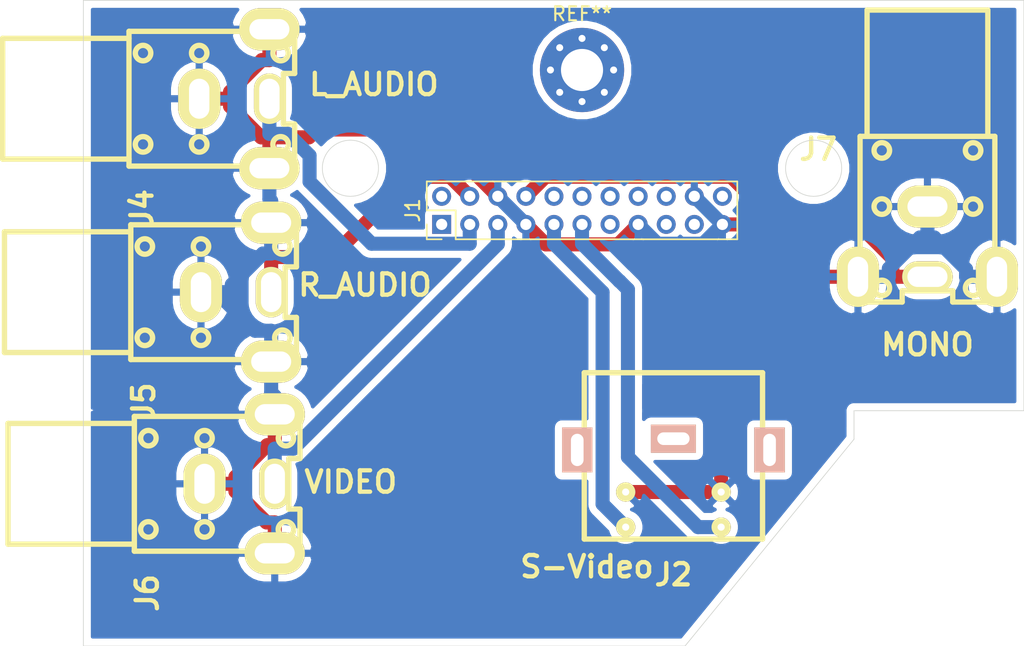
<source format=kicad_pcb>
(kicad_pcb (version 20171130) (host pcbnew "(5.1.5)-3")

  (general
    (thickness 1.6)
    (drawings 9)
    (tracks 94)
    (zones 0)
    (modules 7)
    (nets 8)
  )

  (page A4)
  (layers
    (0 F.Cu signal)
    (31 B.Cu signal)
    (32 B.Adhes user)
    (33 F.Adhes user)
    (34 B.Paste user)
    (35 F.Paste user)
    (36 B.SilkS user)
    (37 F.SilkS user)
    (38 B.Mask user)
    (39 F.Mask user)
    (40 Dwgs.User user)
    (41 Cmts.User user)
    (42 Eco1.User user)
    (43 Eco2.User user)
    (44 Edge.Cuts user)
    (45 Margin user)
    (46 B.CrtYd user)
    (47 F.CrtYd user)
    (48 B.Fab user)
    (49 F.Fab user)
  )

  (setup
    (last_trace_width 0.25)
    (user_trace_width 1)
    (trace_clearance 0.2)
    (zone_clearance 0.508)
    (zone_45_only no)
    (trace_min 0.2)
    (via_size 0.8)
    (via_drill 0.4)
    (via_min_size 0.4)
    (via_min_drill 0.3)
    (uvia_size 0.3)
    (uvia_drill 0.1)
    (uvias_allowed no)
    (uvia_min_size 0.2)
    (uvia_min_drill 0.1)
    (edge_width 0.05)
    (segment_width 0.2)
    (pcb_text_width 0.3)
    (pcb_text_size 1.5 1.5)
    (mod_edge_width 0.12)
    (mod_text_size 1 1)
    (mod_text_width 0.15)
    (pad_size 2.16916 3.2004)
    (pad_drill 1.26)
    (pad_to_mask_clearance 0.051)
    (solder_mask_min_width 0.25)
    (aux_axis_origin 0 0)
    (visible_elements 7FFFFFFF)
    (pcbplotparams
      (layerselection 0x010fc_ffffffff)
      (usegerberextensions false)
      (usegerberattributes false)
      (usegerberadvancedattributes false)
      (creategerberjobfile false)
      (excludeedgelayer true)
      (linewidth 0.100000)
      (plotframeref false)
      (viasonmask false)
      (mode 1)
      (useauxorigin false)
      (hpglpennumber 1)
      (hpglpenspeed 20)
      (hpglpendiameter 15.000000)
      (psnegative false)
      (psa4output false)
      (plotreference true)
      (plotvalue true)
      (plotinvisibletext false)
      (padsonsilk false)
      (subtractmaskfromsilk false)
      (outputformat 1)
      (mirror false)
      (drillshape 0)
      (scaleselection 1)
      (outputdirectory "gerber/"))
  )

  (net 0 "")
  (net 1 GND)
  (net 2 AUDIO_MONO)
  (net 3 C_VIDEO)
  (net 4 AUDIO_L)
  (net 5 AUDIO_R)
  (net 6 S_L)
  (net 7 S_C)

  (net_class Default "This is the default net class."
    (clearance 0.2)
    (trace_width 0.25)
    (via_dia 0.8)
    (via_drill 0.4)
    (uvia_dia 0.3)
    (uvia_drill 0.1)
  )

  (net_class AV ""
    (clearance 0.2)
    (trace_width 1)
    (via_dia 1.6)
    (via_drill 0.8)
    (uvia_dia 0.3)
    (uvia_drill 0.1)
    (add_net AUDIO_L)
    (add_net AUDIO_MONO)
    (add_net AUDIO_R)
    (add_net C_VIDEO)
    (add_net GND)
    (add_net S_C)
    (add_net S_L)
  )

  (module MountingHole:MountingHole_3mm_Pad_Via (layer F.Cu) (tedit 56DDBED4) (tstamp 632E4EA7)
    (at 138.524 61.9615)
    (descr "Mounting Hole 3mm")
    (tags "mounting hole 3mm")
    (attr virtual)
    (fp_text reference REF** (at 0 -4) (layer F.SilkS)
      (effects (font (size 1 1) (thickness 0.15)))
    )
    (fp_text value MountingHole_3mm_Pad_Via (at 0 4) (layer F.Fab)
      (effects (font (size 1 1) (thickness 0.15)))
    )
    (fp_circle (center 0 0) (end 3.25 0) (layer F.CrtYd) (width 0.05))
    (fp_circle (center 0 0) (end 3 0) (layer Cmts.User) (width 0.15))
    (fp_text user %R (at 0.3 0) (layer F.Fab)
      (effects (font (size 1 1) (thickness 0.15)))
    )
    (pad 1 thru_hole circle (at 1.59099 -1.59099) (size 0.8 0.8) (drill 0.5) (layers *.Cu *.Mask))
    (pad 1 thru_hole circle (at 0 -2.25) (size 0.8 0.8) (drill 0.5) (layers *.Cu *.Mask))
    (pad 1 thru_hole circle (at -1.59099 -1.59099) (size 0.8 0.8) (drill 0.5) (layers *.Cu *.Mask))
    (pad 1 thru_hole circle (at -2.25 0) (size 0.8 0.8) (drill 0.5) (layers *.Cu *.Mask))
    (pad 1 thru_hole circle (at -1.59099 1.59099) (size 0.8 0.8) (drill 0.5) (layers *.Cu *.Mask))
    (pad 1 thru_hole circle (at 0 2.25) (size 0.8 0.8) (drill 0.5) (layers *.Cu *.Mask))
    (pad 1 thru_hole circle (at 1.59099 1.59099) (size 0.8 0.8) (drill 0.5) (layers *.Cu *.Mask))
    (pad 1 thru_hole circle (at 2.25 0) (size 0.8 0.8) (drill 0.5) (layers *.Cu *.Mask))
    (pad 1 thru_hole circle (at 0 0) (size 6 6) (drill 3) (layers *.Cu *.Mask))
  )

  (module kicad_libs:Mini_din4tme (layer F.Cu) (tedit 632CAB76) (tstamp 632A3035)
    (at 145.034 90.297 180)
    (tags "MINI DIN")
    (path /632A4E3B)
    (fp_text reference J2 (at 0 -7.62) (layer F.SilkS)
      (effects (font (size 1.524 1.524) (thickness 0.3048)))
    )
    (fp_text value S-Video (at 6.1595 -7.0485) (layer F.SilkS)
      (effects (font (size 1.524 1.524) (thickness 0.3048)))
    )
    (fp_line (start -6.35 1.27) (end -6.35 -5.08) (layer F.SilkS) (width 0.381))
    (fp_line (start -6.35 -5.08) (end 6.35 -5.08) (layer F.SilkS) (width 0.381))
    (fp_line (start 6.35 -5.08) (end 6.35 6.77) (layer F.SilkS) (width 0.381))
    (fp_line (start 6.35 6.77) (end -6.35 6.77) (layer F.SilkS) (width 0.381))
    (fp_line (start -6.35 6.77) (end -6.35 1.27) (layer F.SilkS) (width 0.381))
    (pad 4 thru_hole circle (at 3.4 -4.23 180) (size 1.3716 1.3716) (drill 0.508) (layers *.Cu *.Mask F.SilkS)
      (net 7 S_C))
    (pad 3 thru_hole circle (at -3.4 -4.23 180) (size 1.3716 1.3716) (drill 0.508) (layers *.Cu *.Mask F.SilkS)
      (net 6 S_L))
    (pad 1 thru_hole circle (at -3.4 -1.73 180) (size 1.3716 1.3716) (drill 0.508) (layers *.Cu *.Mask F.SilkS)
      (net 1 GND))
    (pad 2 thru_hole circle (at 3.4 -1.73 180) (size 1.3716 1.3716) (drill 0.508) (layers *.Cu *.Mask F.SilkS)
      (net 1 GND))
    (pad GND thru_hole rect (at 0 2.07 180) (size 3.2004 1.99898) (drill oval 2.3 0.9) (layers *.Cu *.SilkS *.Mask))
    (pad GND thru_hole rect (at 6.85 1.27 180) (size 2.16916 3.2004) (drill oval 0.9 2.3) (layers *.Cu *.SilkS *.Mask))
    (pad GND thru_hole rect (at -6.85 1.27 180) (size 2.16916 3.2004) (drill oval 0.9 2.3) (layers *.Cu *.SilkS *.Mask))
    (model r_mini_dins/minidin_4_tme.wrl
      (at (xyz 0 0 0))
      (scale (xyz 1 1 1))
      (rotate (xyz 0 0 0))
    )
  )

  (module Connector_Audio:rca_audio (layer F.Cu) (tedit 62CC534A) (tstamp 632A179B)
    (at 163.132 71.6915 180)
    (descr "RCA Audio connector, yellow, Pro Signal p/n PSG01547")
    (tags "rca, audio")
    (path /632B5EB6)
    (fp_text reference J7 (at 7.77748 4.08432) (layer F.SilkS)
      (effects (font (size 1.524 1.524) (thickness 0.3048)))
    )
    (fp_text value MONO (at 0.0005 -9.8425) (layer F.SilkS)
      (effects (font (size 1.524 1.524) (thickness 0.3048)))
    )
    (fp_circle (center -3.2512 -5.79882) (end -3.79984 -5.79882) (layer F.SilkS) (width 0.381))
    (fp_circle (center 3.2512 -5.79882) (end 2.70002 -5.84962) (layer F.SilkS) (width 0.381))
    (fp_circle (center 3.2512 4.0005) (end 2.70002 4.04876) (layer F.SilkS) (width 0.381))
    (fp_circle (center -3.2512 4.0005) (end -3.79984 3.9497) (layer F.SilkS) (width 0.381))
    (fp_circle (center -3.2512 0) (end -3.79984 0) (layer F.SilkS) (width 0.381))
    (fp_circle (center 3.2512 0) (end 2.70002 -0.0508) (layer F.SilkS) (width 0.381))
    (fp_line (start -4.30022 5.00126) (end -4.30022 14.00048) (layer F.SilkS) (width 0.381))
    (fp_line (start -4.30022 14.00048) (end 4.30022 14.00048) (layer F.SilkS) (width 0.381))
    (fp_line (start 4.30022 14.00048) (end 4.30022 5.00126) (layer F.SilkS) (width 0.381))
    (fp_line (start 4.8006 -4.89966) (end 5.40004 -4.89966) (layer F.SilkS) (width 0.381))
    (fp_line (start 5.40004 -4.89966) (end 5.40004 -3.0988) (layer F.SilkS) (width 0.381))
    (fp_line (start 5.40004 -3.0988) (end 4.8006 -3.0988) (layer F.SilkS) (width 0.381))
    (fp_line (start -5.40004 -4.89966) (end -4.8006 -4.89966) (layer F.SilkS) (width 0.381))
    (fp_line (start -4.8006 -3.0988) (end -5.40004 -3.0988) (layer F.SilkS) (width 0.381))
    (fp_line (start -5.40004 -3.0988) (end -5.40004 -4.89966) (layer F.SilkS) (width 0.381))
    (fp_line (start -4.8006 -6.79958) (end -1.80086 -6.79958) (layer F.SilkS) (width 0.381))
    (fp_line (start -1.80086 -6.79958) (end -1.80086 -5.99948) (layer F.SilkS) (width 0.381))
    (fp_line (start -1.80086 -5.99948) (end 1.80086 -5.99948) (layer F.SilkS) (width 0.381))
    (fp_line (start 1.80086 -5.99948) (end 1.80086 -6.79958) (layer F.SilkS) (width 0.381))
    (fp_line (start 1.80086 -6.79958) (end 4.8006 -6.79958) (layer F.SilkS) (width 0.381))
    (fp_line (start 4.8006 5.00126) (end -4.8006 5.00126) (layer F.SilkS) (width 0.381))
    (fp_line (start -4.8006 4.99872) (end -4.8006 -6.80212) (layer F.SilkS) (width 0.381))
    (fp_line (start 4.8006 -6.79958) (end 4.8006 5.00126) (layer F.SilkS) (width 0.381))
    (pad 1 thru_hole oval (at 0 -5 270) (size 2.2 3.6) (drill oval 1.45 2.85) (layers *.Cu *.Mask F.SilkS)
      (net 2 AUDIO_MONO))
    (pad 2 thru_hole oval (at 0 0 270) (size 3 4.3) (drill oval 1.45 2.85) (layers *.Cu *.Mask F.SilkS)
      (net 1 GND))
    (pad 2 thru_hole oval (at 4.95 -5 180) (size 3 4.3) (drill oval 1.45 2.85) (layers *.Cu *.Mask F.SilkS)
      (net 1 GND))
    (pad 2 thru_hole oval (at -4.95 -5 180) (size 3 4.3) (drill oval 1.45 2.85) (layers *.Cu *.Mask F.SilkS)
      (net 1 GND))
    (model ${KISYS3DMOD}/walter/conn_av.3dshapes/rca_yellow.wrl
      (at (xyz 0 0 0))
      (scale (xyz 1 1 1))
      (rotate (xyz 0 0 0))
    )
  )

  (module Connector_Audio:rca_audio (layer F.Cu) (tedit 62CC534A) (tstamp 632A177C)
    (at 111.633 91.44 270)
    (descr "RCA Audio connector, yellow, Pro Signal p/n PSG01547")
    (tags "rca, audio")
    (path /632B5080)
    (fp_text reference J6 (at 7.77748 4.08432 90) (layer F.SilkS)
      (effects (font (size 1.524 1.524) (thickness 0.3048)))
    )
    (fp_text value VIDEO (at -0.127 -10.414 180) (layer F.SilkS)
      (effects (font (size 1.524 1.524) (thickness 0.3048)))
    )
    (fp_circle (center -3.2512 -5.79882) (end -3.79984 -5.79882) (layer F.SilkS) (width 0.381))
    (fp_circle (center 3.2512 -5.79882) (end 2.70002 -5.84962) (layer F.SilkS) (width 0.381))
    (fp_circle (center 3.2512 4.0005) (end 2.70002 4.04876) (layer F.SilkS) (width 0.381))
    (fp_circle (center -3.2512 4.0005) (end -3.79984 3.9497) (layer F.SilkS) (width 0.381))
    (fp_circle (center -3.2512 0) (end -3.79984 0) (layer F.SilkS) (width 0.381))
    (fp_circle (center 3.2512 0) (end 2.70002 -0.0508) (layer F.SilkS) (width 0.381))
    (fp_line (start -4.30022 5.00126) (end -4.30022 14.00048) (layer F.SilkS) (width 0.381))
    (fp_line (start -4.30022 14.00048) (end 4.30022 14.00048) (layer F.SilkS) (width 0.381))
    (fp_line (start 4.30022 14.00048) (end 4.30022 5.00126) (layer F.SilkS) (width 0.381))
    (fp_line (start 4.8006 -4.89966) (end 5.40004 -4.89966) (layer F.SilkS) (width 0.381))
    (fp_line (start 5.40004 -4.89966) (end 5.40004 -3.0988) (layer F.SilkS) (width 0.381))
    (fp_line (start 5.40004 -3.0988) (end 4.8006 -3.0988) (layer F.SilkS) (width 0.381))
    (fp_line (start -5.40004 -4.89966) (end -4.8006 -4.89966) (layer F.SilkS) (width 0.381))
    (fp_line (start -4.8006 -3.0988) (end -5.40004 -3.0988) (layer F.SilkS) (width 0.381))
    (fp_line (start -5.40004 -3.0988) (end -5.40004 -4.89966) (layer F.SilkS) (width 0.381))
    (fp_line (start -4.8006 -6.79958) (end -1.80086 -6.79958) (layer F.SilkS) (width 0.381))
    (fp_line (start -1.80086 -6.79958) (end -1.80086 -5.99948) (layer F.SilkS) (width 0.381))
    (fp_line (start -1.80086 -5.99948) (end 1.80086 -5.99948) (layer F.SilkS) (width 0.381))
    (fp_line (start 1.80086 -5.99948) (end 1.80086 -6.79958) (layer F.SilkS) (width 0.381))
    (fp_line (start 1.80086 -6.79958) (end 4.8006 -6.79958) (layer F.SilkS) (width 0.381))
    (fp_line (start 4.8006 5.00126) (end -4.8006 5.00126) (layer F.SilkS) (width 0.381))
    (fp_line (start -4.8006 4.99872) (end -4.8006 -6.80212) (layer F.SilkS) (width 0.381))
    (fp_line (start 4.8006 -6.79958) (end 4.8006 5.00126) (layer F.SilkS) (width 0.381))
    (pad 1 thru_hole oval (at 0 -5) (size 2.2 3.6) (drill oval 1.45 2.85) (layers *.Cu *.Mask F.SilkS)
      (net 3 C_VIDEO))
    (pad 2 thru_hole oval (at 0 0) (size 3 4.3) (drill oval 1.45 2.85) (layers *.Cu *.Mask F.SilkS)
      (net 1 GND))
    (pad 2 thru_hole oval (at 4.95 -5 270) (size 3 4.3) (drill oval 1.45 2.85) (layers *.Cu *.Mask F.SilkS)
      (net 1 GND))
    (pad 2 thru_hole oval (at -4.95 -5 270) (size 3 4.3) (drill oval 1.45 2.85) (layers *.Cu *.Mask F.SilkS)
      (net 1 GND))
    (model ${KISYS3DMOD}/walter/conn_av.3dshapes/rca_yellow.wrl
      (at (xyz 0 0 0))
      (scale (xyz 1 1 1))
      (rotate (xyz 0 0 0))
    )
  )

  (module Connector_Audio:rca_audio (layer F.Cu) (tedit 62CC534A) (tstamp 632A175D)
    (at 111.379 77.7875 270)
    (descr "RCA Audio connector, yellow, Pro Signal p/n PSG01547")
    (tags "rca, audio")
    (path /632B476E)
    (fp_text reference J5 (at 7.77748 4.08432 90) (layer F.SilkS)
      (effects (font (size 1.524 1.524) (thickness 0.3048)))
    )
    (fp_text value R_AUDIO (at -0.508 -11.684 180) (layer F.SilkS)
      (effects (font (size 1.524 1.524) (thickness 0.3048)))
    )
    (fp_circle (center -3.2512 -5.79882) (end -3.79984 -5.79882) (layer F.SilkS) (width 0.381))
    (fp_circle (center 3.2512 -5.79882) (end 2.70002 -5.84962) (layer F.SilkS) (width 0.381))
    (fp_circle (center 3.2512 4.0005) (end 2.70002 4.04876) (layer F.SilkS) (width 0.381))
    (fp_circle (center -3.2512 4.0005) (end -3.79984 3.9497) (layer F.SilkS) (width 0.381))
    (fp_circle (center -3.2512 0) (end -3.79984 0) (layer F.SilkS) (width 0.381))
    (fp_circle (center 3.2512 0) (end 2.70002 -0.0508) (layer F.SilkS) (width 0.381))
    (fp_line (start -4.30022 5.00126) (end -4.30022 14.00048) (layer F.SilkS) (width 0.381))
    (fp_line (start -4.30022 14.00048) (end 4.30022 14.00048) (layer F.SilkS) (width 0.381))
    (fp_line (start 4.30022 14.00048) (end 4.30022 5.00126) (layer F.SilkS) (width 0.381))
    (fp_line (start 4.8006 -4.89966) (end 5.40004 -4.89966) (layer F.SilkS) (width 0.381))
    (fp_line (start 5.40004 -4.89966) (end 5.40004 -3.0988) (layer F.SilkS) (width 0.381))
    (fp_line (start 5.40004 -3.0988) (end 4.8006 -3.0988) (layer F.SilkS) (width 0.381))
    (fp_line (start -5.40004 -4.89966) (end -4.8006 -4.89966) (layer F.SilkS) (width 0.381))
    (fp_line (start -4.8006 -3.0988) (end -5.40004 -3.0988) (layer F.SilkS) (width 0.381))
    (fp_line (start -5.40004 -3.0988) (end -5.40004 -4.89966) (layer F.SilkS) (width 0.381))
    (fp_line (start -4.8006 -6.79958) (end -1.80086 -6.79958) (layer F.SilkS) (width 0.381))
    (fp_line (start -1.80086 -6.79958) (end -1.80086 -5.99948) (layer F.SilkS) (width 0.381))
    (fp_line (start -1.80086 -5.99948) (end 1.80086 -5.99948) (layer F.SilkS) (width 0.381))
    (fp_line (start 1.80086 -5.99948) (end 1.80086 -6.79958) (layer F.SilkS) (width 0.381))
    (fp_line (start 1.80086 -6.79958) (end 4.8006 -6.79958) (layer F.SilkS) (width 0.381))
    (fp_line (start 4.8006 5.00126) (end -4.8006 5.00126) (layer F.SilkS) (width 0.381))
    (fp_line (start -4.8006 4.99872) (end -4.8006 -6.80212) (layer F.SilkS) (width 0.381))
    (fp_line (start 4.8006 -6.79958) (end 4.8006 5.00126) (layer F.SilkS) (width 0.381))
    (pad 1 thru_hole oval (at 0 -5) (size 2.2 3.6) (drill oval 1.45 2.85) (layers *.Cu *.Mask F.SilkS)
      (net 5 AUDIO_R))
    (pad 2 thru_hole oval (at 0 0) (size 3 4.3) (drill oval 1.45 2.85) (layers *.Cu *.Mask F.SilkS)
      (net 1 GND))
    (pad 2 thru_hole oval (at 4.95 -5 270) (size 3 4.3) (drill oval 1.45 2.85) (layers *.Cu *.Mask F.SilkS)
      (net 1 GND))
    (pad 2 thru_hole oval (at -4.95 -5 270) (size 3 4.3) (drill oval 1.45 2.85) (layers *.Cu *.Mask F.SilkS)
      (net 1 GND))
    (model ${KISYS3DMOD}/walter/conn_av.3dshapes/rca_yellow.wrl
      (at (xyz 0 0 0))
      (scale (xyz 1 1 1))
      (rotate (xyz 0 0 0))
    )
  )

  (module Connector_Audio:rca_audio (layer F.Cu) (tedit 62CC534A) (tstamp 632A173E)
    (at 111.252 64.008 270)
    (descr "RCA Audio connector, yellow, Pro Signal p/n PSG01547")
    (tags "rca, audio")
    (path /632B3F9A)
    (fp_text reference J4 (at 7.77748 4.08432 90) (layer F.SilkS)
      (effects (font (size 1.524 1.524) (thickness 0.3048)))
    )
    (fp_text value L_AUDIO (at -1.016 -12.446 180) (layer F.SilkS)
      (effects (font (size 1.524 1.524) (thickness 0.3048)))
    )
    (fp_circle (center -3.2512 -5.79882) (end -3.79984 -5.79882) (layer F.SilkS) (width 0.381))
    (fp_circle (center 3.2512 -5.79882) (end 2.70002 -5.84962) (layer F.SilkS) (width 0.381))
    (fp_circle (center 3.2512 4.0005) (end 2.70002 4.04876) (layer F.SilkS) (width 0.381))
    (fp_circle (center -3.2512 4.0005) (end -3.79984 3.9497) (layer F.SilkS) (width 0.381))
    (fp_circle (center -3.2512 0) (end -3.79984 0) (layer F.SilkS) (width 0.381))
    (fp_circle (center 3.2512 0) (end 2.70002 -0.0508) (layer F.SilkS) (width 0.381))
    (fp_line (start -4.30022 5.00126) (end -4.30022 14.00048) (layer F.SilkS) (width 0.381))
    (fp_line (start -4.30022 14.00048) (end 4.30022 14.00048) (layer F.SilkS) (width 0.381))
    (fp_line (start 4.30022 14.00048) (end 4.30022 5.00126) (layer F.SilkS) (width 0.381))
    (fp_line (start 4.8006 -4.89966) (end 5.40004 -4.89966) (layer F.SilkS) (width 0.381))
    (fp_line (start 5.40004 -4.89966) (end 5.40004 -3.0988) (layer F.SilkS) (width 0.381))
    (fp_line (start 5.40004 -3.0988) (end 4.8006 -3.0988) (layer F.SilkS) (width 0.381))
    (fp_line (start -5.40004 -4.89966) (end -4.8006 -4.89966) (layer F.SilkS) (width 0.381))
    (fp_line (start -4.8006 -3.0988) (end -5.40004 -3.0988) (layer F.SilkS) (width 0.381))
    (fp_line (start -5.40004 -3.0988) (end -5.40004 -4.89966) (layer F.SilkS) (width 0.381))
    (fp_line (start -4.8006 -6.79958) (end -1.80086 -6.79958) (layer F.SilkS) (width 0.381))
    (fp_line (start -1.80086 -6.79958) (end -1.80086 -5.99948) (layer F.SilkS) (width 0.381))
    (fp_line (start -1.80086 -5.99948) (end 1.80086 -5.99948) (layer F.SilkS) (width 0.381))
    (fp_line (start 1.80086 -5.99948) (end 1.80086 -6.79958) (layer F.SilkS) (width 0.381))
    (fp_line (start 1.80086 -6.79958) (end 4.8006 -6.79958) (layer F.SilkS) (width 0.381))
    (fp_line (start 4.8006 5.00126) (end -4.8006 5.00126) (layer F.SilkS) (width 0.381))
    (fp_line (start -4.8006 4.99872) (end -4.8006 -6.80212) (layer F.SilkS) (width 0.381))
    (fp_line (start 4.8006 -6.79958) (end 4.8006 5.00126) (layer F.SilkS) (width 0.381))
    (pad 1 thru_hole oval (at 0 -5) (size 2.2 3.6) (drill oval 1.45 2.85) (layers *.Cu *.Mask F.SilkS)
      (net 4 AUDIO_L))
    (pad 2 thru_hole oval (at 0 0) (size 3 4.3) (drill oval 1.45 2.85) (layers *.Cu *.Mask F.SilkS)
      (net 1 GND))
    (pad 2 thru_hole oval (at 4.95 -5 270) (size 3 4.3) (drill oval 1.45 2.85) (layers *.Cu *.Mask F.SilkS)
      (net 1 GND))
    (pad 2 thru_hole oval (at -4.95 -5 270) (size 3 4.3) (drill oval 1.45 2.85) (layers *.Cu *.Mask F.SilkS)
      (net 1 GND))
    (model ${KISYS3DMOD}/walter/conn_av.3dshapes/rca_yellow.wrl
      (at (xyz 0 0 0))
      (scale (xyz 1 1 1))
      (rotate (xyz 0 0 0))
    )
  )

  (module Connector_PinHeader_2.00mm:PinHeader_2x11_P2.00mm_Vertical (layer F.Cu) (tedit 59FED667) (tstamp 632A13B9)
    (at 128.524 72.9615 90)
    (descr "Through hole straight pin header, 2x11, 2.00mm pitch, double rows")
    (tags "Through hole pin header THT 2x11 2.00mm double row")
    (path /632A1180)
    (fp_text reference J1 (at 1 -2.06 90) (layer F.SilkS)
      (effects (font (size 1 1) (thickness 0.15)))
    )
    (fp_text value CONN_02x11 (at 1 22.06 90) (layer F.Fab)
      (effects (font (size 1 1) (thickness 0.15)))
    )
    (fp_text user %R (at 1 10) (layer F.Fab)
      (effects (font (size 1 1) (thickness 0.15)))
    )
    (fp_line (start 3.5 -1.5) (end -1.5 -1.5) (layer F.CrtYd) (width 0.05))
    (fp_line (start 3.5 21.5) (end 3.5 -1.5) (layer F.CrtYd) (width 0.05))
    (fp_line (start -1.5 21.5) (end 3.5 21.5) (layer F.CrtYd) (width 0.05))
    (fp_line (start -1.5 -1.5) (end -1.5 21.5) (layer F.CrtYd) (width 0.05))
    (fp_line (start -1.06 -1.06) (end 0 -1.06) (layer F.SilkS) (width 0.12))
    (fp_line (start -1.06 0) (end -1.06 -1.06) (layer F.SilkS) (width 0.12))
    (fp_line (start 1 -1.06) (end 3.06 -1.06) (layer F.SilkS) (width 0.12))
    (fp_line (start 1 1) (end 1 -1.06) (layer F.SilkS) (width 0.12))
    (fp_line (start -1.06 1) (end 1 1) (layer F.SilkS) (width 0.12))
    (fp_line (start 3.06 -1.06) (end 3.06 21.06) (layer F.SilkS) (width 0.12))
    (fp_line (start -1.06 1) (end -1.06 21.06) (layer F.SilkS) (width 0.12))
    (fp_line (start -1.06 21.06) (end 3.06 21.06) (layer F.SilkS) (width 0.12))
    (fp_line (start -1 0) (end 0 -1) (layer F.Fab) (width 0.1))
    (fp_line (start -1 21) (end -1 0) (layer F.Fab) (width 0.1))
    (fp_line (start 3 21) (end -1 21) (layer F.Fab) (width 0.1))
    (fp_line (start 3 -1) (end 3 21) (layer F.Fab) (width 0.1))
    (fp_line (start 0 -1) (end 3 -1) (layer F.Fab) (width 0.1))
    (pad 22 thru_hole oval (at 2 20 90) (size 1.35 1.35) (drill 0.8) (layers *.Cu *.Mask))
    (pad 21 thru_hole oval (at 0 20 90) (size 1.35 1.35) (drill 0.8) (layers *.Cu *.Mask)
      (net 1 GND))
    (pad 20 thru_hole oval (at 2 18 90) (size 1.35 1.35) (drill 0.8) (layers *.Cu *.Mask)
      (net 1 GND))
    (pad 19 thru_hole oval (at 0 18 90) (size 1.35 1.35) (drill 0.8) (layers *.Cu *.Mask))
    (pad 18 thru_hole oval (at 2 16 90) (size 1.35 1.35) (drill 0.8) (layers *.Cu *.Mask))
    (pad 17 thru_hole oval (at 0 16 90) (size 1.35 1.35) (drill 0.8) (layers *.Cu *.Mask))
    (pad 16 thru_hole oval (at 2 14 90) (size 1.35 1.35) (drill 0.8) (layers *.Cu *.Mask))
    (pad 15 thru_hole oval (at 0 14 90) (size 1.35 1.35) (drill 0.8) (layers *.Cu *.Mask)
      (net 1 GND))
    (pad 14 thru_hole oval (at 2 12 90) (size 1.35 1.35) (drill 0.8) (layers *.Cu *.Mask))
    (pad 13 thru_hole oval (at 0 12 90) (size 1.35 1.35) (drill 0.8) (layers *.Cu *.Mask))
    (pad 12 thru_hole oval (at 2 10 90) (size 1.35 1.35) (drill 0.8) (layers *.Cu *.Mask))
    (pad 11 thru_hole oval (at 0 10 90) (size 1.35 1.35) (drill 0.8) (layers *.Cu *.Mask)
      (net 6 S_L))
    (pad 10 thru_hole oval (at 2 8 90) (size 1.35 1.35) (drill 0.8) (layers *.Cu *.Mask))
    (pad 9 thru_hole oval (at 0 8 90) (size 1.35 1.35) (drill 0.8) (layers *.Cu *.Mask)
      (net 7 S_C))
    (pad 8 thru_hole oval (at 2 6 90) (size 1.35 1.35) (drill 0.8) (layers *.Cu *.Mask)
      (net 2 AUDIO_MONO))
    (pad 7 thru_hole oval (at 0 6 90) (size 1.35 1.35) (drill 0.8) (layers *.Cu *.Mask)
      (net 1 GND))
    (pad 6 thru_hole oval (at 2 4 90) (size 1.35 1.35) (drill 0.8) (layers *.Cu *.Mask)
      (net 1 GND))
    (pad 5 thru_hole oval (at 0 4 90) (size 1.35 1.35) (drill 0.8) (layers *.Cu *.Mask)
      (net 3 C_VIDEO))
    (pad 4 thru_hole oval (at 2 2 90) (size 1.35 1.35) (drill 0.8) (layers *.Cu *.Mask)
      (net 5 AUDIO_R))
    (pad 3 thru_hole oval (at 0 2 90) (size 1.35 1.35) (drill 0.8) (layers *.Cu *.Mask)
      (net 4 AUDIO_L))
    (pad 2 thru_hole oval (at 2 0 90) (size 1.35 1.35) (drill 0.8) (layers *.Cu *.Mask))
    (pad 1 thru_hole rect (at 0 0 90) (size 1.35 1.35) (drill 0.8) (layers *.Cu *.Mask))
    (model ${KISYS3DMOD}/Connector_PinHeader_2.00mm.3dshapes/PinHeader_2x11_P2.00mm_Vertical.wrl
      (at (xyz 0 0 0))
      (scale (xyz 1 1 1))
      (rotate (xyz 0 0 0))
    )
  )

  (gr_line (start 145.8595 103) (end 157.9 88.265) (layer Edge.Cuts) (width 0.05))
  (gr_line (start 157.9 86.233) (end 157.9 88.265) (layer Edge.Cuts) (width 0.05))
  (gr_line (start 170 86.233) (end 157.9 86.233) (layer Edge.Cuts) (width 0.05))
  (gr_circle (center 122.024 68.9615) (end 124.024 68.9615) (layer Edge.Cuts) (width 0.05) (tstamp 632A33E9))
  (gr_circle (center 155.024 68.9615) (end 157.024 68.9615) (layer Edge.Cuts) (width 0.05))
  (gr_line (start 103 103) (end 103 57) (layer Edge.Cuts) (width 0.05) (tstamp 632A3135))
  (gr_line (start 145.8595 103) (end 103 103) (layer Edge.Cuts) (width 0.05))
  (gr_line (start 170 57) (end 170 86.233) (layer Edge.Cuts) (width 0.05))
  (gr_line (start 103 57) (end 170 57) (layer Edge.Cuts) (width 0.05))

  (segment (start 153.6293 76.6915) (end 158.182 76.6915) (width 1) (layer F.Cu) (net 1))
  (segment (start 149.8993 72.9615) (end 153.6293 76.6915) (width 1) (layer F.Cu) (net 1))
  (segment (start 153.6293 76.6915) (end 148.434 81.8868) (width 1) (layer F.Cu) (net 1))
  (segment (start 148.434 81.8868) (end 148.434 92.027) (width 1) (layer F.Cu) (net 1))
  (segment (start 142.524 72.9615) (end 143.8994 74.3369) (width 1) (layer B.Cu) (net 1))
  (segment (start 143.8994 74.3369) (end 147.1486 74.3369) (width 1) (layer B.Cu) (net 1))
  (segment (start 147.1486 74.3369) (end 148.524 72.9615) (width 1) (layer B.Cu) (net 1))
  (segment (start 132.524 70.9615) (end 127.7649 66.2024) (width 1) (layer F.Cu) (net 1))
  (segment (start 127.7649 66.2024) (end 119.6296 66.2024) (width 1) (layer F.Cu) (net 1))
  (segment (start 119.6296 66.2024) (end 119.0743 66.7577) (width 1) (layer F.Cu) (net 1))
  (segment (start 119.0743 66.7577) (end 116.252 66.7577) (width 1) (layer F.Cu) (net 1))
  (segment (start 116.633 96.39) (end 116.633 94.1897) (width 1) (layer F.Cu) (net 1))
  (segment (start 116.633 94.1897) (end 116.0454 94.1897) (width 1) (layer F.Cu) (net 1))
  (segment (start 116.0454 94.1897) (end 113.8333 91.9776) (width 1) (layer F.Cu) (net 1))
  (segment (start 113.8333 91.9776) (end 113.8333 91.44) (width 1) (layer F.Cu) (net 1))
  (segment (start 111.633 91.44) (end 113.8333 91.44) (width 1) (layer F.Cu) (net 1))
  (segment (start 116.633 86.49) (end 116.633 88.6903) (width 1) (layer F.Cu) (net 1))
  (segment (start 116.633 88.6903) (end 116.095 88.6903) (width 1) (layer F.Cu) (net 1))
  (segment (start 116.095 88.6903) (end 113.8333 90.952) (width 1) (layer F.Cu) (net 1))
  (segment (start 113.8333 90.952) (end 113.8333 91.44) (width 1) (layer F.Cu) (net 1))
  (segment (start 116.252 68.958) (end 116.252 66.7577) (width 1) (layer F.Cu) (net 1))
  (segment (start 116.252 66.7577) (end 115.6644 66.7577) (width 1) (layer F.Cu) (net 1))
  (segment (start 115.6644 66.7577) (end 113.4523 64.5456) (width 1) (layer F.Cu) (net 1))
  (segment (start 113.4523 64.5456) (end 113.4523 64.008) (width 1) (layer F.Cu) (net 1))
  (segment (start 111.252 64.008) (end 113.4523 64.008) (width 1) (layer F.Cu) (net 1))
  (segment (start 116.252 59.058) (end 116.252 61.2583) (width 1) (layer F.Cu) (net 1))
  (segment (start 116.252 61.2583) (end 115.714 61.2583) (width 1) (layer F.Cu) (net 1))
  (segment (start 115.714 61.2583) (end 113.4523 63.52) (width 1) (layer F.Cu) (net 1))
  (segment (start 113.4523 63.52) (end 113.4523 64.008) (width 1) (layer F.Cu) (net 1))
  (segment (start 116.379 82.7375) (end 116.379 80.5372) (width 1) (layer B.Cu) (net 1))
  (segment (start 112.4792 77.7875) (end 115.2289 80.5372) (width 1) (layer B.Cu) (net 1))
  (segment (start 115.2289 80.5372) (end 116.379 80.5372) (width 1) (layer B.Cu) (net 1))
  (segment (start 112.4792 77.7875) (end 113.5793 77.7875) (width 1) (layer B.Cu) (net 1))
  (segment (start 111.379 77.7875) (end 112.4792 77.7875) (width 1) (layer B.Cu) (net 1))
  (segment (start 116.379 82.7375) (end 116.379 84.9378) (width 1) (layer B.Cu) (net 1))
  (segment (start 116.633 86.49) (end 116.633 85.1918) (width 1) (layer B.Cu) (net 1))
  (segment (start 116.633 85.1918) (end 116.379 84.9378) (width 1) (layer B.Cu) (net 1))
  (segment (start 142.524 72.9615) (end 141.1021 74.3834) (width 1) (layer F.Cu) (net 1))
  (segment (start 141.1021 74.3834) (end 135.9459 74.3834) (width 1) (layer F.Cu) (net 1))
  (segment (start 135.9459 74.3834) (end 134.524 72.9615) (width 1) (layer F.Cu) (net 1))
  (segment (start 141.634 92.027) (end 148.434 92.027) (width 1) (layer F.Cu) (net 1))
  (segment (start 158.182 76.6915) (end 160.3823 76.6915) (width 1) (layer B.Cu) (net 1))
  (segment (start 160.3823 76.6915) (end 160.3823 76.1039) (width 1) (layer B.Cu) (net 1))
  (segment (start 160.3823 76.1039) (end 162.5944 73.8918) (width 1) (layer B.Cu) (net 1))
  (segment (start 162.5944 73.8918) (end 163.132 73.8918) (width 1) (layer B.Cu) (net 1))
  (segment (start 163.132 71.6915) (end 163.132 73.8918) (width 1) (layer B.Cu) (net 1))
  (segment (start 168.082 76.6915) (end 165.8817 76.6915) (width 1) (layer B.Cu) (net 1))
  (segment (start 165.8817 76.6915) (end 165.8817 76.1535) (width 1) (layer B.Cu) (net 1))
  (segment (start 165.8817 76.1535) (end 163.62 73.8918) (width 1) (layer B.Cu) (net 1))
  (segment (start 163.62 73.8918) (end 163.132 73.8918) (width 1) (layer B.Cu) (net 1))
  (segment (start 116.379 72.8375) (end 116.379 75.0378) (width 1) (layer B.Cu) (net 1))
  (segment (start 116.379 75.0378) (end 115.7914 75.0378) (width 1) (layer B.Cu) (net 1))
  (segment (start 115.7914 75.0378) (end 113.5793 77.2499) (width 1) (layer B.Cu) (net 1))
  (segment (start 113.5793 77.2499) (end 113.5793 77.7875) (width 1) (layer B.Cu) (net 1))
  (segment (start 116.252 71.1583) (end 116.379 71.2853) (width 1) (layer B.Cu) (net 1))
  (segment (start 116.379 71.2853) (end 116.379 72.8375) (width 1) (layer B.Cu) (net 1))
  (segment (start 116.252 68.958) (end 116.252 71.1583) (width 1) (layer B.Cu) (net 1))
  (segment (start 148.524 72.9615) (end 149.8993 72.9615) (width 1) (layer F.Cu) (net 1))
  (segment (start 146.524 70.9615) (end 148.524 72.9615) (width 1) (layer B.Cu) (net 1))
  (segment (start 132.524 70.9615) (end 134.524 72.9615) (width 1) (layer B.Cu) (net 1))
  (segment (start 163.132 76.6915) (end 160.6317 76.6915) (width 1) (layer F.Cu) (net 2))
  (segment (start 134.524 70.9615) (end 135.9203 69.5652) (width 1) (layer F.Cu) (net 2))
  (segment (start 135.9203 69.5652) (end 149.1495 69.5652) (width 1) (layer F.Cu) (net 2))
  (segment (start 149.1495 69.5652) (end 151.9904 72.4061) (width 1) (layer F.Cu) (net 2))
  (segment (start 151.9904 72.4061) (end 157.6624 72.4061) (width 1) (layer F.Cu) (net 2))
  (segment (start 157.6624 72.4061) (end 160.6317 75.3754) (width 1) (layer F.Cu) (net 2))
  (segment (start 160.6317 75.3754) (end 160.6317 76.6915) (width 1) (layer F.Cu) (net 2))
  (segment (start 116.633 91.44) (end 116.633 88.9397) (width 1) (layer B.Cu) (net 3))
  (segment (start 132.524 72.9615) (end 132.524 74.3648) (width 1) (layer B.Cu) (net 3))
  (segment (start 132.524 74.3648) (end 117.9491 88.9397) (width 1) (layer B.Cu) (net 3))
  (segment (start 117.9491 88.9397) (end 116.633 88.9397) (width 1) (layer B.Cu) (net 3))
  (segment (start 116.252 64.008) (end 116.252 66.5083) (width 1) (layer B.Cu) (net 4))
  (segment (start 130.524 72.9615) (end 130.524 74.3368) (width 1) (layer B.Cu) (net 4))
  (segment (start 130.524 74.3368) (end 123.5312 74.3368) (width 1) (layer B.Cu) (net 4))
  (segment (start 123.5312 74.3368) (end 119.1147 69.9203) (width 1) (layer B.Cu) (net 4))
  (segment (start 119.1147 69.9203) (end 119.1147 68.0549) (width 1) (layer B.Cu) (net 4))
  (segment (start 119.1147 68.0549) (end 117.5681 66.5083) (width 1) (layer B.Cu) (net 4))
  (segment (start 117.5681 66.5083) (end 116.252 66.5083) (width 1) (layer B.Cu) (net 4))
  (segment (start 116.379 77.7875) (end 116.379 75.2872) (width 1) (layer F.Cu) (net 5))
  (segment (start 130.524 70.9615) (end 129.1338 69.5713) (width 1) (layer F.Cu) (net 5))
  (segment (start 129.1338 69.5713) (end 126.3955 69.5713) (width 1) (layer F.Cu) (net 5))
  (segment (start 126.3955 69.5713) (end 120.6796 75.2872) (width 1) (layer F.Cu) (net 5))
  (segment (start 120.6796 75.2872) (end 116.379 75.2872) (width 1) (layer F.Cu) (net 5))
  (segment (start 138.524 74.3368) (end 138.524 72.9615) (width 1) (layer B.Cu) (net 6))
  (segment (start 141.1897 77.0025) (end 138.524 74.3368) (width 1) (layer B.Cu) (net 6))
  (segment (start 146.7875 94.527) (end 141.7955 89.535) (width 1) (layer B.Cu) (net 6))
  (segment (start 148.434 94.527) (end 146.7875 94.527) (width 1) (layer B.Cu) (net 6))
  (segment (start 141.7955 89.535) (end 141.7955 77.597) (width 1) (layer B.Cu) (net 6))
  (segment (start 141.201 77.0025) (end 141.1897 77.0025) (width 1) (layer B.Cu) (net 6))
  (segment (start 141.7955 77.597) (end 141.201 77.0025) (width 1) (layer B.Cu) (net 6))
  (segment (start 136.524 74.3368) (end 139.9893 77.8021) (width 1) (layer B.Cu) (net 7))
  (segment (start 139.9893 77.8021) (end 139.9893 92.8823) (width 1) (layer B.Cu) (net 7))
  (segment (start 139.9893 92.8823) (end 141.634 94.527) (width 1) (layer B.Cu) (net 7))
  (segment (start 136.524 72.9615) (end 136.524 74.3368) (width 1) (layer B.Cu) (net 7))

  (zone (net 1) (net_name GND) (layer B.Cu) (tstamp 632E503B) (hatch edge 0.508)
    (connect_pads (clearance 0.508))
    (min_thickness 0.254)
    (fill yes (arc_segments 32) (thermal_gap 0.508) (thermal_bridge_width 0.508))
    (polygon
      (pts
        (xy 169.8625 86.1695) (xy 103.124 86.1695) (xy 103.124 57.0865) (xy 169.8625 57.0865)
      )
    )
    (filled_polygon
      (pts
        (xy 113.756256 57.977454) (xy 113.580917 58.358303) (xy 113.516887 58.599167) (xy 113.629835 58.931) (xy 116.125 58.931)
        (xy 116.125 58.911) (xy 116.379 58.911) (xy 116.379 58.931) (xy 118.874165 58.931) (xy 118.987113 58.599167)
        (xy 118.923083 58.358303) (xy 118.747744 57.977454) (xy 118.517347 57.66) (xy 169.34 57.66) (xy 169.340001 74.324546)
        (xy 169.162546 74.195756) (xy 168.781697 74.020417) (xy 168.540833 73.956387) (xy 168.209 74.069335) (xy 168.209 76.5645)
        (xy 168.229 76.5645) (xy 168.229 76.8185) (xy 168.209 76.8185) (xy 168.209 79.313665) (xy 168.540833 79.426613)
        (xy 168.781697 79.362583) (xy 169.162546 79.187244) (xy 169.340001 79.058454) (xy 169.340001 85.573) (xy 157.932419 85.573)
        (xy 157.9 85.569807) (xy 157.867581 85.573) (xy 157.770617 85.58255) (xy 157.646207 85.62029) (xy 157.53155 85.681575)
        (xy 157.431052 85.764052) (xy 157.348575 85.86455) (xy 157.28729 85.979207) (xy 157.26809 86.0425) (xy 142.9305 86.0425)
        (xy 142.9305 77.652751) (xy 142.935991 77.597) (xy 142.914077 77.374501) (xy 142.849176 77.160553) (xy 142.743784 76.963377)
        (xy 142.624887 76.8185) (xy 156.047 76.8185) (xy 156.047 77.4685) (xy 156.1128 77.882578) (xy 156.258118 78.275862)
        (xy 156.47737 78.633239) (xy 156.76213 78.940975) (xy 157.101454 79.187244) (xy 157.482303 79.362583) (xy 157.723167 79.426613)
        (xy 158.055 79.313665) (xy 158.055 76.8185) (xy 158.309 76.8185) (xy 158.309 79.313665) (xy 158.640833 79.426613)
        (xy 158.881697 79.362583) (xy 159.262546 79.187244) (xy 159.60187 78.940975) (xy 159.88663 78.633239) (xy 160.105882 78.275862)
        (xy 160.2512 77.882578) (xy 160.317 77.4685) (xy 160.317 76.8185) (xy 158.309 76.8185) (xy 158.055 76.8185)
        (xy 156.047 76.8185) (xy 142.624887 76.8185) (xy 142.601949 76.790551) (xy 142.558635 76.755004) (xy 142.495131 76.6915)
        (xy 160.688606 76.6915) (xy 160.722105 77.031619) (xy 160.821314 77.358668) (xy 160.982421 77.660078) (xy 161.199234 77.924266)
        (xy 161.463422 78.141079) (xy 161.764832 78.302186) (xy 162.091881 78.401395) (xy 162.346775 78.4265) (xy 163.917225 78.4265)
        (xy 164.172119 78.401395) (xy 164.499168 78.302186) (xy 164.800578 78.141079) (xy 165.064766 77.924266) (xy 165.281579 77.660078)
        (xy 165.442686 77.358668) (xy 165.541895 77.031619) (xy 165.562885 76.8185) (xy 165.947 76.8185) (xy 165.947 77.4685)
        (xy 166.0128 77.882578) (xy 166.158118 78.275862) (xy 166.37737 78.633239) (xy 166.66213 78.940975) (xy 167.001454 79.187244)
        (xy 167.382303 79.362583) (xy 167.623167 79.426613) (xy 167.955 79.313665) (xy 167.955 76.8185) (xy 165.947 76.8185)
        (xy 165.562885 76.8185) (xy 165.575394 76.6915) (xy 165.541895 76.351381) (xy 165.442686 76.024332) (xy 165.38398 75.9145)
        (xy 165.947 75.9145) (xy 165.947 76.5645) (xy 167.955 76.5645) (xy 167.955 74.069335) (xy 167.623167 73.956387)
        (xy 167.382303 74.020417) (xy 167.001454 74.195756) (xy 166.66213 74.442025) (xy 166.37737 74.749761) (xy 166.158118 75.107138)
        (xy 166.0128 75.500422) (xy 165.947 75.9145) (xy 165.38398 75.9145) (xy 165.281579 75.722922) (xy 165.064766 75.458734)
        (xy 164.800578 75.241921) (xy 164.499168 75.080814) (xy 164.172119 74.981605) (xy 163.917225 74.9565) (xy 162.346775 74.9565)
        (xy 162.091881 74.981605) (xy 161.764832 75.080814) (xy 161.463422 75.241921) (xy 161.199234 75.458734) (xy 160.982421 75.722922)
        (xy 160.821314 76.024332) (xy 160.722105 76.351381) (xy 160.688606 76.6915) (xy 142.495131 76.6915) (xy 142.042996 76.239365)
        (xy 142.007449 76.196051) (xy 141.901124 76.108792) (xy 141.706832 75.9145) (xy 156.047 75.9145) (xy 156.047 76.5645)
        (xy 158.055 76.5645) (xy 158.055 74.069335) (xy 158.309 74.069335) (xy 158.309 76.5645) (xy 160.317 76.5645)
        (xy 160.317 75.9145) (xy 160.2512 75.500422) (xy 160.105882 75.107138) (xy 159.88663 74.749761) (xy 159.60187 74.442025)
        (xy 159.262546 74.195756) (xy 158.881697 74.020417) (xy 158.640833 73.956387) (xy 158.309 74.069335) (xy 158.055 74.069335)
        (xy 157.723167 73.956387) (xy 157.482303 74.020417) (xy 157.101454 74.195756) (xy 156.76213 74.442025) (xy 156.47737 74.749761)
        (xy 156.258118 75.107138) (xy 156.1128 75.500422) (xy 156.047 75.9145) (xy 141.706832 75.9145) (xy 139.922698 74.130366)
        (xy 140.141887 74.221158) (xy 140.394976 74.2715) (xy 140.653024 74.2715) (xy 140.906113 74.221158) (xy 141.144518 74.122407)
        (xy 141.359077 73.979044) (xy 141.530681 73.80744) (xy 141.652773 73.939803) (xy 141.860371 74.090973) (xy 142.093472 74.198738)
        (xy 142.1946 74.22941) (xy 142.397 74.105724) (xy 142.397 73.0885) (xy 142.377 73.0885) (xy 142.377 72.8345)
        (xy 142.397 72.8345) (xy 142.397 72.8145) (xy 142.651 72.8145) (xy 142.651 72.8345) (xy 142.671 72.8345)
        (xy 142.671 73.0885) (xy 142.651 73.0885) (xy 142.651 74.105724) (xy 142.8534 74.22941) (xy 142.954528 74.198738)
        (xy 143.187629 74.090973) (xy 143.395227 73.939803) (xy 143.517319 73.80744) (xy 143.688923 73.979044) (xy 143.903482 74.122407)
        (xy 144.141887 74.221158) (xy 144.394976 74.2715) (xy 144.653024 74.2715) (xy 144.906113 74.221158) (xy 145.144518 74.122407)
        (xy 145.359077 73.979044) (xy 145.524 73.814121) (xy 145.688923 73.979044) (xy 145.903482 74.122407) (xy 146.141887 74.221158)
        (xy 146.394976 74.2715) (xy 146.653024 74.2715) (xy 146.906113 74.221158) (xy 147.144518 74.122407) (xy 147.359077 73.979044)
        (xy 147.530681 73.80744) (xy 147.652773 73.939803) (xy 147.860371 74.090973) (xy 148.093472 74.198738) (xy 148.1946 74.22941)
        (xy 148.397 74.105724) (xy 148.397 73.0885) (xy 148.651 73.0885) (xy 148.651 74.105724) (xy 148.8534 74.22941)
        (xy 148.954528 74.198738) (xy 149.187629 74.090973) (xy 149.395227 73.939803) (xy 149.569344 73.751037) (xy 149.703289 73.53193)
        (xy 149.791915 73.290901) (xy 149.669085 73.0885) (xy 148.651 73.0885) (xy 148.397 73.0885) (xy 148.377 73.0885)
        (xy 148.377 72.8345) (xy 148.397 72.8345) (xy 148.397 72.8145) (xy 148.651 72.8145) (xy 148.651 72.8345)
        (xy 149.669085 72.8345) (xy 149.791915 72.632099) (xy 149.703289 72.39107) (xy 149.569344 72.171963) (xy 149.549393 72.150333)
        (xy 160.396887 72.150333) (xy 160.460917 72.391197) (xy 160.636256 72.772046) (xy 160.882525 73.11137) (xy 161.190261 73.39613)
        (xy 161.547638 73.615382) (xy 161.940922 73.7607) (xy 162.355 73.8265) (xy 163.005 73.8265) (xy 163.005 71.8185)
        (xy 163.259 71.8185) (xy 163.259 73.8265) (xy 163.909 73.8265) (xy 164.323078 73.7607) (xy 164.716362 73.615382)
        (xy 165.073739 73.39613) (xy 165.381475 73.11137) (xy 165.627744 72.772046) (xy 165.803083 72.391197) (xy 165.867113 72.150333)
        (xy 165.754165 71.8185) (xy 163.259 71.8185) (xy 163.005 71.8185) (xy 160.509835 71.8185) (xy 160.396887 72.150333)
        (xy 149.549393 72.150333) (xy 149.395227 71.983197) (xy 149.371906 71.966215) (xy 149.541544 71.796577) (xy 149.684907 71.582018)
        (xy 149.783658 71.343613) (xy 149.834 71.090524) (xy 149.834 70.832476) (xy 149.783658 70.579387) (xy 149.684907 70.340982)
        (xy 149.541544 70.126423) (xy 149.359077 69.943956) (xy 149.144518 69.800593) (xy 148.906113 69.701842) (xy 148.653024 69.6515)
        (xy 148.394976 69.6515) (xy 148.141887 69.701842) (xy 147.903482 69.800593) (xy 147.688923 69.943956) (xy 147.517319 70.11556)
        (xy 147.395227 69.983197) (xy 147.187629 69.832027) (xy 146.954528 69.724262) (xy 146.8534 69.69359) (xy 146.651 69.817276)
        (xy 146.651 70.8345) (xy 146.671 70.8345) (xy 146.671 71.0885) (xy 146.651 71.0885) (xy 146.651 71.1085)
        (xy 146.397 71.1085) (xy 146.397 71.0885) (xy 146.377 71.0885) (xy 146.377 70.8345) (xy 146.397 70.8345)
        (xy 146.397 69.817276) (xy 146.1946 69.69359) (xy 146.093472 69.724262) (xy 145.860371 69.832027) (xy 145.652773 69.983197)
        (xy 145.530681 70.11556) (xy 145.359077 69.943956) (xy 145.144518 69.800593) (xy 144.906113 69.701842) (xy 144.653024 69.6515)
        (xy 144.394976 69.6515) (xy 144.141887 69.701842) (xy 143.903482 69.800593) (xy 143.688923 69.943956) (xy 143.524 70.108879)
        (xy 143.359077 69.943956) (xy 143.144518 69.800593) (xy 142.906113 69.701842) (xy 142.653024 69.6515) (xy 142.394976 69.6515)
        (xy 142.141887 69.701842) (xy 141.903482 69.800593) (xy 141.688923 69.943956) (xy 141.524 70.108879) (xy 141.359077 69.943956)
        (xy 141.144518 69.800593) (xy 140.906113 69.701842) (xy 140.653024 69.6515) (xy 140.394976 69.6515) (xy 140.141887 69.701842)
        (xy 139.903482 69.800593) (xy 139.688923 69.943956) (xy 139.524 70.108879) (xy 139.359077 69.943956) (xy 139.144518 69.800593)
        (xy 138.906113 69.701842) (xy 138.653024 69.6515) (xy 138.394976 69.6515) (xy 138.141887 69.701842) (xy 137.903482 69.800593)
        (xy 137.688923 69.943956) (xy 137.524 70.108879) (xy 137.359077 69.943956) (xy 137.144518 69.800593) (xy 136.906113 69.701842)
        (xy 136.653024 69.6515) (xy 136.394976 69.6515) (xy 136.141887 69.701842) (xy 135.903482 69.800593) (xy 135.688923 69.943956)
        (xy 135.524 70.108879) (xy 135.359077 69.943956) (xy 135.144518 69.800593) (xy 134.906113 69.701842) (xy 134.653024 69.6515)
        (xy 134.394976 69.6515) (xy 134.141887 69.701842) (xy 133.903482 69.800593) (xy 133.688923 69.943956) (xy 133.517319 70.11556)
        (xy 133.395227 69.983197) (xy 133.187629 69.832027) (xy 132.954528 69.724262) (xy 132.8534 69.69359) (xy 132.651 69.817276)
        (xy 132.651 70.8345) (xy 132.671 70.8345) (xy 132.671 71.0885) (xy 132.651 71.0885) (xy 132.651 71.1085)
        (xy 132.397 71.1085) (xy 132.397 71.0885) (xy 132.377 71.0885) (xy 132.377 70.8345) (xy 132.397 70.8345)
        (xy 132.397 69.817276) (xy 132.1946 69.69359) (xy 132.093472 69.724262) (xy 131.860371 69.832027) (xy 131.652773 69.983197)
        (xy 131.530681 70.11556) (xy 131.359077 69.943956) (xy 131.144518 69.800593) (xy 130.906113 69.701842) (xy 130.653024 69.6515)
        (xy 130.394976 69.6515) (xy 130.141887 69.701842) (xy 129.903482 69.800593) (xy 129.688923 69.943956) (xy 129.524 70.108879)
        (xy 129.359077 69.943956) (xy 129.144518 69.800593) (xy 128.906113 69.701842) (xy 128.653024 69.6515) (xy 128.394976 69.6515)
        (xy 128.141887 69.701842) (xy 127.903482 69.800593) (xy 127.688923 69.943956) (xy 127.506456 70.126423) (xy 127.363093 70.340982)
        (xy 127.264342 70.579387) (xy 127.214 70.832476) (xy 127.214 71.090524) (xy 127.264342 71.343613) (xy 127.363093 71.582018)
        (xy 127.484697 71.764013) (xy 127.397815 71.835315) (xy 127.318463 71.932006) (xy 127.259498 72.04232) (xy 127.223188 72.162018)
        (xy 127.210928 72.2865) (xy 127.210928 73.2018) (xy 124.001332 73.2018) (xy 122.40466 71.605128) (xy 122.801963 71.5261)
        (xy 123.287343 71.325049) (xy 123.724174 71.033168) (xy 124.095668 70.661674) (xy 124.387549 70.224843) (xy 124.5886 69.739463)
        (xy 124.691095 69.224186) (xy 124.691095 68.698814) (xy 152.356905 68.698814) (xy 152.356905 69.224186) (xy 152.4594 69.739463)
        (xy 152.660451 70.224843) (xy 152.952332 70.661674) (xy 153.323826 71.033168) (xy 153.760657 71.325049) (xy 154.246037 71.5261)
        (xy 154.761314 71.628595) (xy 155.286686 71.628595) (xy 155.801963 71.5261) (xy 156.287343 71.325049) (xy 156.425602 71.232667)
        (xy 160.396887 71.232667) (xy 160.509835 71.5645) (xy 163.005 71.5645) (xy 163.005 69.5565) (xy 163.259 69.5565)
        (xy 163.259 71.5645) (xy 165.754165 71.5645) (xy 165.867113 71.232667) (xy 165.803083 70.991803) (xy 165.627744 70.610954)
        (xy 165.381475 70.27163) (xy 165.073739 69.98687) (xy 164.716362 69.767618) (xy 164.323078 69.6223) (xy 163.909 69.5565)
        (xy 163.259 69.5565) (xy 163.005 69.5565) (xy 162.355 69.5565) (xy 161.940922 69.6223) (xy 161.547638 69.767618)
        (xy 161.190261 69.98687) (xy 160.882525 70.27163) (xy 160.636256 70.610954) (xy 160.460917 70.991803) (xy 160.396887 71.232667)
        (xy 156.425602 71.232667) (xy 156.724174 71.033168) (xy 157.095668 70.661674) (xy 157.387549 70.224843) (xy 157.5886 69.739463)
        (xy 157.691095 69.224186) (xy 157.691095 68.698814) (xy 157.5886 68.183537) (xy 157.387549 67.698157) (xy 157.095668 67.261326)
        (xy 156.724174 66.889832) (xy 156.287343 66.597951) (xy 155.801963 66.3969) (xy 155.286686 66.294405) (xy 154.761314 66.294405)
        (xy 154.246037 66.3969) (xy 153.760657 66.597951) (xy 153.323826 66.889832) (xy 152.952332 67.261326) (xy 152.660451 67.698157)
        (xy 152.4594 68.183537) (xy 152.356905 68.698814) (xy 124.691095 68.698814) (xy 124.5886 68.183537) (xy 124.387549 67.698157)
        (xy 124.095668 67.261326) (xy 123.724174 66.889832) (xy 123.287343 66.597951) (xy 122.801963 66.3969) (xy 122.286686 66.294405)
        (xy 121.761314 66.294405) (xy 121.246037 66.3969) (xy 120.760657 66.597951) (xy 120.323826 66.889832) (xy 119.952332 67.261326)
        (xy 119.94308 67.275173) (xy 119.921149 67.248451) (xy 119.877846 67.212913) (xy 118.410095 65.745164) (xy 118.374549 65.701851)
        (xy 118.201723 65.560016) (xy 118.004547 65.454624) (xy 117.845934 65.406509) (xy 117.862686 65.375168) (xy 117.961895 65.048119)
        (xy 117.987 64.793225) (xy 117.987 63.222775) (xy 117.961895 62.967881) (xy 117.862686 62.640832) (xy 117.701579 62.339422)
        (xy 117.484766 62.075234) (xy 117.220577 61.858421) (xy 116.919167 61.697314) (xy 116.609851 61.603484) (xy 134.889 61.603484)
        (xy 134.889 62.319516) (xy 135.028691 63.02179) (xy 135.302705 63.683318) (xy 135.700511 64.278677) (xy 136.206823 64.784989)
        (xy 136.802182 65.182795) (xy 137.46371 65.456809) (xy 138.165984 65.5965) (xy 138.882016 65.5965) (xy 139.58429 65.456809)
        (xy 140.245818 65.182795) (xy 140.841177 64.784989) (xy 141.347489 64.278677) (xy 141.745295 63.683318) (xy 142.019309 63.02179)
        (xy 142.159 62.319516) (xy 142.159 61.603484) (xy 142.019309 60.90121) (xy 141.745295 60.239682) (xy 141.347489 59.644323)
        (xy 140.841177 59.138011) (xy 140.245818 58.740205) (xy 139.58429 58.466191) (xy 138.882016 58.3265) (xy 138.165984 58.3265)
        (xy 137.46371 58.466191) (xy 136.802182 58.740205) (xy 136.206823 59.138011) (xy 135.700511 59.644323) (xy 135.302705 60.239682)
        (xy 135.028691 60.90121) (xy 134.889 61.603484) (xy 116.609851 61.603484) (xy 116.592118 61.598105) (xy 116.252 61.564606)
        (xy 115.911881 61.598105) (xy 115.584832 61.697314) (xy 115.283422 61.858421) (xy 115.019234 62.075234) (xy 114.802421 62.339423)
        (xy 114.641314 62.640833) (xy 114.542105 62.967882) (xy 114.517 63.222776) (xy 114.517 64.793225) (xy 114.542105 65.048119)
        (xy 114.641315 65.375168) (xy 114.802422 65.676578) (xy 115.019235 65.940766) (xy 115.117001 66.021) (xy 115.117001 66.452539)
        (xy 115.111509 66.5083) (xy 115.133423 66.730799) (xy 115.175814 66.870543) (xy 115.060922 66.8888) (xy 114.667638 67.034118)
        (xy 114.310261 67.25337) (xy 114.002525 67.53813) (xy 113.756256 67.877454) (xy 113.580917 68.258303) (xy 113.516887 68.499167)
        (xy 113.629835 68.831) (xy 116.125 68.831) (xy 116.125 68.811) (xy 116.379 68.811) (xy 116.379 68.831)
        (xy 116.399 68.831) (xy 116.399 69.085) (xy 116.379 69.085) (xy 116.379 70.7025) (xy 116.125 70.7025)
        (xy 116.125 69.085) (xy 113.629835 69.085) (xy 113.516887 69.416833) (xy 113.580917 69.657697) (xy 113.756256 70.038546)
        (xy 114.002525 70.37787) (xy 114.310261 70.66263) (xy 114.667638 70.881882) (xy 114.779185 70.923098) (xy 114.437261 71.13287)
        (xy 114.129525 71.41763) (xy 113.883256 71.756954) (xy 113.707917 72.137803) (xy 113.643887 72.378667) (xy 113.756835 72.7105)
        (xy 116.252 72.7105) (xy 116.252 72.6905) (xy 116.506 72.6905) (xy 116.506 72.7105) (xy 119.001165 72.7105)
        (xy 119.114113 72.378667) (xy 119.050083 72.137803) (xy 118.874744 71.756954) (xy 118.628475 71.41763) (xy 118.320739 71.13287)
        (xy 117.963362 70.913618) (xy 117.851815 70.872402) (xy 118.193739 70.66263) (xy 118.228916 70.630079) (xy 118.308251 70.726749)
        (xy 118.351565 70.762296) (xy 122.689209 75.099941) (xy 122.724751 75.143249) (xy 122.897577 75.285084) (xy 123.094753 75.390476)
        (xy 123.258905 75.440271) (xy 123.3087 75.455377) (xy 123.329693 75.457444) (xy 123.475448 75.4718) (xy 123.475455 75.4718)
        (xy 123.531199 75.47729) (xy 123.586943 75.4718) (xy 129.811868 75.4718) (xy 119.343834 85.939835) (xy 119.304083 85.790303)
        (xy 119.128744 85.409454) (xy 118.882475 85.07013) (xy 118.574739 84.78537) (xy 118.217362 84.566118) (xy 118.155749 84.543352)
        (xy 118.320739 84.44213) (xy 118.628475 84.15737) (xy 118.874744 83.818046) (xy 119.050083 83.437197) (xy 119.114113 83.196333)
        (xy 119.001165 82.8645) (xy 116.506 82.8645) (xy 116.506 82.8845) (xy 116.252 82.8845) (xy 116.252 82.8645)
        (xy 113.756835 82.8645) (xy 113.643887 83.196333) (xy 113.707917 83.437197) (xy 113.883256 83.818046) (xy 114.129525 84.15737)
        (xy 114.437261 84.44213) (xy 114.794638 84.661382) (xy 114.856251 84.684148) (xy 114.691261 84.78537) (xy 114.383525 85.07013)
        (xy 114.137256 85.409454) (xy 113.961917 85.790303) (xy 113.897887 86.031167) (xy 113.901744 86.0425) (xy 103.66 86.0425)
        (xy 103.66 82.278667) (xy 113.643887 82.278667) (xy 113.756835 82.6105) (xy 116.252 82.6105) (xy 116.252 80.6025)
        (xy 116.506 80.6025) (xy 116.506 82.6105) (xy 119.001165 82.6105) (xy 119.114113 82.278667) (xy 119.050083 82.037803)
        (xy 118.874744 81.656954) (xy 118.628475 81.31763) (xy 118.320739 81.03287) (xy 117.963362 80.813618) (xy 117.570078 80.6683)
        (xy 117.156 80.6025) (xy 116.506 80.6025) (xy 116.252 80.6025) (xy 115.602 80.6025) (xy 115.187922 80.6683)
        (xy 114.794638 80.813618) (xy 114.437261 81.03287) (xy 114.129525 81.31763) (xy 113.883256 81.656954) (xy 113.707917 82.037803)
        (xy 113.643887 82.278667) (xy 103.66 82.278667) (xy 103.66 77.9145) (xy 109.244 77.9145) (xy 109.244 78.5645)
        (xy 109.3098 78.978578) (xy 109.455118 79.371862) (xy 109.67437 79.729239) (xy 109.95913 80.036975) (xy 110.298454 80.283244)
        (xy 110.679303 80.458583) (xy 110.920167 80.522613) (xy 111.252 80.409665) (xy 111.252 77.9145) (xy 111.506 77.9145)
        (xy 111.506 80.409665) (xy 111.837833 80.522613) (xy 112.078697 80.458583) (xy 112.459546 80.283244) (xy 112.79887 80.036975)
        (xy 113.08363 79.729239) (xy 113.302882 79.371862) (xy 113.4482 78.978578) (xy 113.514 78.5645) (xy 113.514 77.9145)
        (xy 111.506 77.9145) (xy 111.252 77.9145) (xy 109.244 77.9145) (xy 103.66 77.9145) (xy 103.66 77.0105)
        (xy 109.244 77.0105) (xy 109.244 77.6605) (xy 111.252 77.6605) (xy 111.252 75.165335) (xy 111.506 75.165335)
        (xy 111.506 77.6605) (xy 113.514 77.6605) (xy 113.514 77.0105) (xy 113.512694 77.002276) (xy 114.644 77.002276)
        (xy 114.644 78.572725) (xy 114.669105 78.827619) (xy 114.768315 79.154668) (xy 114.929422 79.456078) (xy 115.146235 79.720266)
        (xy 115.410423 79.937079) (xy 115.711833 80.098186) (xy 116.038882 80.197395) (xy 116.379 80.230894) (xy 116.719119 80.197395)
        (xy 117.046168 80.098186) (xy 117.347578 79.937079) (xy 117.611766 79.720266) (xy 117.828579 79.456078) (xy 117.989686 79.154668)
        (xy 118.088895 78.827619) (xy 118.114 78.572725) (xy 118.114 77.002275) (xy 118.088895 76.747381) (xy 117.989686 76.420332)
        (xy 117.828579 76.118922) (xy 117.611766 75.854734) (xy 117.347577 75.637921) (xy 117.046167 75.476814) (xy 116.719118 75.377605)
        (xy 116.379 75.344106) (xy 116.038881 75.377605) (xy 115.711832 75.476814) (xy 115.410422 75.637921) (xy 115.146234 75.854734)
        (xy 114.929421 76.118923) (xy 114.768314 76.420333) (xy 114.669105 76.747382) (xy 114.644 77.002276) (xy 113.512694 77.002276)
        (xy 113.4482 76.596422) (xy 113.302882 76.203138) (xy 113.08363 75.845761) (xy 112.79887 75.538025) (xy 112.459546 75.291756)
        (xy 112.078697 75.116417) (xy 111.837833 75.052387) (xy 111.506 75.165335) (xy 111.252 75.165335) (xy 110.920167 75.052387)
        (xy 110.679303 75.116417) (xy 110.298454 75.291756) (xy 109.95913 75.538025) (xy 109.67437 75.845761) (xy 109.455118 76.203138)
        (xy 109.3098 76.596422) (xy 109.244 77.0105) (xy 103.66 77.0105) (xy 103.66 73.296333) (xy 113.643887 73.296333)
        (xy 113.707917 73.537197) (xy 113.883256 73.918046) (xy 114.129525 74.25737) (xy 114.437261 74.54213) (xy 114.794638 74.761382)
        (xy 115.187922 74.9067) (xy 115.602 74.9725) (xy 116.252 74.9725) (xy 116.252 72.9645) (xy 116.506 72.9645)
        (xy 116.506 74.9725) (xy 117.156 74.9725) (xy 117.570078 74.9067) (xy 117.963362 74.761382) (xy 118.320739 74.54213)
        (xy 118.628475 74.25737) (xy 118.874744 73.918046) (xy 119.050083 73.537197) (xy 119.114113 73.296333) (xy 119.001165 72.9645)
        (xy 116.506 72.9645) (xy 116.252 72.9645) (xy 113.756835 72.9645) (xy 113.643887 73.296333) (xy 103.66 73.296333)
        (xy 103.66 64.135) (xy 109.117 64.135) (xy 109.117 64.785) (xy 109.1828 65.199078) (xy 109.328118 65.592362)
        (xy 109.54737 65.949739) (xy 109.83213 66.257475) (xy 110.171454 66.503744) (xy 110.552303 66.679083) (xy 110.793167 66.743113)
        (xy 111.125 66.630165) (xy 111.125 64.135) (xy 111.379 64.135) (xy 111.379 66.630165) (xy 111.710833 66.743113)
        (xy 111.951697 66.679083) (xy 112.332546 66.503744) (xy 112.67187 66.257475) (xy 112.95663 65.949739) (xy 113.175882 65.592362)
        (xy 113.3212 65.199078) (xy 113.387 64.785) (xy 113.387 64.135) (xy 111.379 64.135) (xy 111.125 64.135)
        (xy 109.117 64.135) (xy 103.66 64.135) (xy 103.66 63.231) (xy 109.117 63.231) (xy 109.117 63.881)
        (xy 111.125 63.881) (xy 111.125 61.385835) (xy 111.379 61.385835) (xy 111.379 63.881) (xy 113.387 63.881)
        (xy 113.387 63.231) (xy 113.3212 62.816922) (xy 113.175882 62.423638) (xy 112.95663 62.066261) (xy 112.67187 61.758525)
        (xy 112.332546 61.512256) (xy 111.951697 61.336917) (xy 111.710833 61.272887) (xy 111.379 61.385835) (xy 111.125 61.385835)
        (xy 110.793167 61.272887) (xy 110.552303 61.336917) (xy 110.171454 61.512256) (xy 109.83213 61.758525) (xy 109.54737 62.066261)
        (xy 109.328118 62.423638) (xy 109.1828 62.816922) (xy 109.117 63.231) (xy 103.66 63.231) (xy 103.66 59.516833)
        (xy 113.516887 59.516833) (xy 113.580917 59.757697) (xy 113.756256 60.138546) (xy 114.002525 60.47787) (xy 114.310261 60.76263)
        (xy 114.667638 60.981882) (xy 115.060922 61.1272) (xy 115.475 61.193) (xy 116.125 61.193) (xy 116.125 59.185)
        (xy 116.379 59.185) (xy 116.379 61.193) (xy 117.029 61.193) (xy 117.443078 61.1272) (xy 117.836362 60.981882)
        (xy 118.193739 60.76263) (xy 118.501475 60.47787) (xy 118.747744 60.138546) (xy 118.923083 59.757697) (xy 118.987113 59.516833)
        (xy 118.874165 59.185) (xy 116.379 59.185) (xy 116.125 59.185) (xy 113.629835 59.185) (xy 113.516887 59.516833)
        (xy 103.66 59.516833) (xy 103.66 57.66) (xy 113.986653 57.66)
      )
    )
    (filled_polygon
      (pts
        (xy 134.651 72.8345) (xy 134.671 72.8345) (xy 134.671 73.0885) (xy 134.651 73.0885) (xy 134.651 74.105724)
        (xy 134.8534 74.22941) (xy 134.954528 74.198738) (xy 135.187629 74.090973) (xy 135.389 73.944337) (xy 135.389 74.281049)
        (xy 135.383509 74.3368) (xy 135.389 74.392551) (xy 135.389 74.392552) (xy 135.405423 74.559299) (xy 135.470324 74.773247)
        (xy 135.575717 74.970423) (xy 135.717552 75.143249) (xy 135.76086 75.178791) (xy 138.8543 78.272232) (xy 138.854301 86.0425)
        (xy 122.451431 86.0425) (xy 133.287141 75.206791) (xy 133.330449 75.171249) (xy 133.472284 74.998423) (xy 133.577676 74.801247)
        (xy 133.642577 74.587299) (xy 133.659 74.420552) (xy 133.659 74.420543) (xy 133.66449 74.364801) (xy 133.659 74.309059)
        (xy 133.659 73.944337) (xy 133.860371 74.090973) (xy 134.093472 74.198738) (xy 134.1946 74.22941) (xy 134.397 74.105724)
        (xy 134.397 73.0885) (xy 134.377 73.0885) (xy 134.377 72.8345) (xy 134.397 72.8345) (xy 134.397 72.8145)
        (xy 134.651 72.8145)
      )
    )
  )
  (zone (net 1) (net_name GND) (layer B.Cu) (tstamp 632E5038) (hatch edge 0.508)
    (connect_pads (clearance 0.508))
    (min_thickness 0.254)
    (fill yes (arc_segments 32) (thermal_gap 0.508) (thermal_bridge_width 0.508))
    (polygon
      (pts
        (xy 157.734 86.2965) (xy 157.734 88.2015) (xy 145.7325 102.87) (xy 103.124 102.87) (xy 103.124 86.233)
      )
    )
    (filled_polygon
      (pts
        (xy 116.78 86.37588) (xy 116.78 86.617) (xy 116.76 86.617) (xy 116.76 86.637) (xy 116.506 86.637)
        (xy 116.506 86.617) (xy 114.010835 86.617) (xy 113.897887 86.948833) (xy 113.961917 87.189697) (xy 114.137256 87.570546)
        (xy 114.383525 87.90987) (xy 114.691261 88.19463) (xy 115.048638 88.413882) (xy 115.441922 88.5592) (xy 115.556814 88.577457)
        (xy 115.514423 88.717201) (xy 115.492509 88.9397) (xy 115.498001 88.995461) (xy 115.498001 89.426999) (xy 115.400234 89.507234)
        (xy 115.183421 89.771423) (xy 115.022314 90.072833) (xy 114.923105 90.399882) (xy 114.898 90.654776) (xy 114.898 92.225225)
        (xy 114.923105 92.480119) (xy 115.022315 92.807168) (xy 115.183422 93.108578) (xy 115.400235 93.372766) (xy 115.664423 93.589579)
        (xy 115.965833 93.750686) (xy 116.292882 93.849895) (xy 116.633 93.883394) (xy 116.973119 93.849895) (xy 117.300168 93.750686)
        (xy 117.601578 93.589579) (xy 117.865766 93.372766) (xy 118.082579 93.108578) (xy 118.243686 92.807168) (xy 118.342895 92.480119)
        (xy 118.368 92.225225) (xy 118.368 90.654775) (xy 118.342895 90.399881) (xy 118.243686 90.072832) (xy 118.226934 90.041491)
        (xy 118.385547 89.993376) (xy 118.582723 89.887984) (xy 118.755549 89.746149) (xy 118.791096 89.702835) (xy 122.111852 86.382079)
        (xy 138.854301 86.401547) (xy 138.854301 86.788728) (xy 137.09942 86.788728) (xy 136.974938 86.800988) (xy 136.85524 86.837298)
        (xy 136.744926 86.896263) (xy 136.648235 86.975615) (xy 136.568883 87.072306) (xy 136.509918 87.18262) (xy 136.473608 87.302318)
        (xy 136.461348 87.4268) (xy 136.461348 90.6272) (xy 136.473608 90.751682) (xy 136.509918 90.87138) (xy 136.568883 90.981694)
        (xy 136.648235 91.078385) (xy 136.744926 91.157737) (xy 136.85524 91.216702) (xy 136.974938 91.253012) (xy 137.09942 91.265272)
        (xy 138.854301 91.265272) (xy 138.854301 92.826539) (xy 138.848809 92.8823) (xy 138.870723 93.104798) (xy 138.935624 93.318746)
        (xy 138.969295 93.381739) (xy 139.041017 93.515923) (xy 139.182852 93.688749) (xy 139.22616 93.724291) (xy 140.351499 94.84963)
        (xy 140.363957 94.912263) (xy 140.463522 95.152634) (xy 140.608067 95.368961) (xy 140.792039 95.552933) (xy 141.008366 95.697478)
        (xy 141.248737 95.797043) (xy 141.503913 95.8478) (xy 141.764087 95.8478) (xy 142.019263 95.797043) (xy 142.259634 95.697478)
        (xy 142.475961 95.552933) (xy 142.659933 95.368961) (xy 142.804478 95.152634) (xy 142.904043 94.912263) (xy 142.9548 94.657087)
        (xy 142.9548 94.396913) (xy 142.904043 94.141737) (xy 142.804478 93.901366) (xy 142.659933 93.685039) (xy 142.475961 93.501067)
        (xy 142.259634 93.356522) (xy 142.064802 93.27582) (xy 142.210407 93.22249) (xy 142.307779 93.170442) (xy 142.365515 92.938121)
        (xy 141.634 92.206605) (xy 141.619858 92.220748) (xy 141.440253 92.041143) (xy 141.454395 92.027) (xy 141.440253 92.012858)
        (xy 141.619858 91.833252) (xy 141.634 91.847395) (xy 141.648143 91.833253) (xy 141.827748 92.012858) (xy 141.813605 92.027)
        (xy 142.545121 92.758515) (xy 142.777442 92.700779) (xy 142.886919 92.464758) (xy 142.932442 92.277074) (xy 145.945509 95.290141)
        (xy 145.981051 95.333449) (xy 146.153877 95.475284) (xy 146.351053 95.580676) (xy 146.565001 95.645577) (xy 146.787499 95.667491)
        (xy 146.843251 95.662) (xy 147.755269 95.662) (xy 147.808366 95.697478) (xy 148.048737 95.797043) (xy 148.303913 95.8478)
        (xy 148.564087 95.8478) (xy 148.819263 95.797043) (xy 149.059634 95.697478) (xy 149.275961 95.552933) (xy 149.459933 95.368961)
        (xy 149.604478 95.152634) (xy 149.704043 94.912263) (xy 149.7548 94.657087) (xy 149.7548 94.396913) (xy 149.704043 94.141737)
        (xy 149.604478 93.901366) (xy 149.459933 93.685039) (xy 149.275961 93.501067) (xy 149.059634 93.356522) (xy 148.864802 93.27582)
        (xy 149.010407 93.22249) (xy 149.107779 93.170442) (xy 149.165515 92.938121) (xy 148.434 92.206605) (xy 147.702485 92.938121)
        (xy 147.760221 93.170442) (xy 147.994855 93.279276) (xy 147.808366 93.356522) (xy 147.755269 93.392) (xy 147.257632 93.392)
        (xy 145.967668 92.102036) (xy 147.108931 92.102036) (xy 147.14903 92.359103) (xy 147.23851 92.603407) (xy 147.290558 92.700779)
        (xy 147.522879 92.758515) (xy 148.254395 92.027) (xy 148.613605 92.027) (xy 149.345121 92.758515) (xy 149.577442 92.700779)
        (xy 149.686919 92.464758) (xy 149.748247 92.211914) (xy 149.759069 91.951964) (xy 149.71897 91.694897) (xy 149.62949 91.450593)
        (xy 149.577442 91.353221) (xy 149.345121 91.295485) (xy 148.613605 92.027) (xy 148.254395 92.027) (xy 147.522879 91.295485)
        (xy 147.290558 91.353221) (xy 147.181081 91.589242) (xy 147.119753 91.842086) (xy 147.108931 92.102036) (xy 145.967668 92.102036)
        (xy 144.981511 91.115879) (xy 147.702485 91.115879) (xy 148.434 91.847395) (xy 149.165515 91.115879) (xy 149.107779 90.883558)
        (xy 148.871758 90.774081) (xy 148.618914 90.712753) (xy 148.358964 90.701931) (xy 148.101897 90.74203) (xy 147.857593 90.83151)
        (xy 147.760221 90.883558) (xy 147.702485 91.115879) (xy 144.981511 91.115879) (xy 143.730193 89.864562) (xy 146.6342 89.864562)
        (xy 146.758682 89.852302) (xy 146.87838 89.815992) (xy 146.988694 89.757027) (xy 147.085385 89.677675) (xy 147.164737 89.580984)
        (xy 147.223702 89.47067) (xy 147.260012 89.350972) (xy 147.272272 89.22649) (xy 147.272272 87.4268) (xy 150.161348 87.4268)
        (xy 150.161348 90.6272) (xy 150.173608 90.751682) (xy 150.209918 90.87138) (xy 150.268883 90.981694) (xy 150.348235 91.078385)
        (xy 150.444926 91.157737) (xy 150.55524 91.216702) (xy 150.674938 91.253012) (xy 150.79942 91.265272) (xy 152.96858 91.265272)
        (xy 153.093062 91.253012) (xy 153.21276 91.216702) (xy 153.323074 91.157737) (xy 153.419765 91.078385) (xy 153.499117 90.981694)
        (xy 153.558082 90.87138) (xy 153.594392 90.751682) (xy 153.606652 90.6272) (xy 153.606652 87.4268) (xy 153.594392 87.302318)
        (xy 153.558082 87.18262) (xy 153.499117 87.072306) (xy 153.419765 86.975615) (xy 153.323074 86.896263) (xy 153.21276 86.837298)
        (xy 153.093062 86.800988) (xy 152.96858 86.788728) (xy 150.79942 86.788728) (xy 150.674938 86.800988) (xy 150.55524 86.837298)
        (xy 150.444926 86.896263) (xy 150.348235 86.975615) (xy 150.268883 87.072306) (xy 150.209918 87.18262) (xy 150.173608 87.302318)
        (xy 150.161348 87.4268) (xy 147.272272 87.4268) (xy 147.272272 87.22751) (xy 147.260012 87.103028) (xy 147.223702 86.98333)
        (xy 147.164737 86.873016) (xy 147.085385 86.776325) (xy 146.988694 86.696973) (xy 146.87838 86.638008) (xy 146.758682 86.601698)
        (xy 146.6342 86.589438) (xy 143.4338 86.589438) (xy 143.309318 86.601698) (xy 143.18962 86.638008) (xy 143.079306 86.696973)
        (xy 142.982615 86.776325) (xy 142.9305 86.839828) (xy 142.9305 86.406286) (xy 157.24 86.422925) (xy 157.240001 88.029636)
        (xy 145.546488 102.34) (xy 103.66 102.34) (xy 103.66 96.848833) (xy 113.897887 96.848833) (xy 113.961917 97.089697)
        (xy 114.137256 97.470546) (xy 114.383525 97.80987) (xy 114.691261 98.09463) (xy 115.048638 98.313882) (xy 115.441922 98.4592)
        (xy 115.856 98.525) (xy 116.506 98.525) (xy 116.506 96.517) (xy 116.76 96.517) (xy 116.76 98.525)
        (xy 117.41 98.525) (xy 117.824078 98.4592) (xy 118.217362 98.313882) (xy 118.574739 98.09463) (xy 118.882475 97.80987)
        (xy 119.128744 97.470546) (xy 119.304083 97.089697) (xy 119.368113 96.848833) (xy 119.255165 96.517) (xy 116.76 96.517)
        (xy 116.506 96.517) (xy 114.010835 96.517) (xy 113.897887 96.848833) (xy 103.66 96.848833) (xy 103.66 95.931167)
        (xy 113.897887 95.931167) (xy 114.010835 96.263) (xy 116.506 96.263) (xy 116.506 94.255) (xy 116.76 94.255)
        (xy 116.76 96.263) (xy 119.255165 96.263) (xy 119.368113 95.931167) (xy 119.304083 95.690303) (xy 119.128744 95.309454)
        (xy 118.882475 94.97013) (xy 118.574739 94.68537) (xy 118.217362 94.466118) (xy 117.824078 94.3208) (xy 117.41 94.255)
        (xy 116.76 94.255) (xy 116.506 94.255) (xy 115.856 94.255) (xy 115.441922 94.3208) (xy 115.048638 94.466118)
        (xy 114.691261 94.68537) (xy 114.383525 94.97013) (xy 114.137256 95.309454) (xy 113.961917 95.690303) (xy 113.897887 95.931167)
        (xy 103.66 95.931167) (xy 103.66 91.567) (xy 109.498 91.567) (xy 109.498 92.217) (xy 109.5638 92.631078)
        (xy 109.709118 93.024362) (xy 109.92837 93.381739) (xy 110.21313 93.689475) (xy 110.552454 93.935744) (xy 110.933303 94.111083)
        (xy 111.174167 94.175113) (xy 111.506 94.062165) (xy 111.506 91.567) (xy 111.76 91.567) (xy 111.76 94.062165)
        (xy 112.091833 94.175113) (xy 112.332697 94.111083) (xy 112.713546 93.935744) (xy 113.05287 93.689475) (xy 113.33763 93.381739)
        (xy 113.556882 93.024362) (xy 113.7022 92.631078) (xy 113.768 92.217) (xy 113.768 91.567) (xy 111.76 91.567)
        (xy 111.506 91.567) (xy 109.498 91.567) (xy 103.66 91.567) (xy 103.66 90.663) (xy 109.498 90.663)
        (xy 109.498 91.313) (xy 111.506 91.313) (xy 111.506 88.817835) (xy 111.76 88.817835) (xy 111.76 91.313)
        (xy 113.768 91.313) (xy 113.768 90.663) (xy 113.7022 90.248922) (xy 113.556882 89.855638) (xy 113.33763 89.498261)
        (xy 113.05287 89.190525) (xy 112.713546 88.944256) (xy 112.332697 88.768917) (xy 112.091833 88.704887) (xy 111.76 88.817835)
        (xy 111.506 88.817835) (xy 111.174167 88.704887) (xy 110.933303 88.768917) (xy 110.552454 88.944256) (xy 110.21313 89.190525)
        (xy 109.92837 89.498261) (xy 109.709118 89.855638) (xy 109.5638 90.248922) (xy 109.498 90.663) (xy 103.66 90.663)
        (xy 103.66 86.360624)
      )
    )
  )
  (zone (net 1) (net_name GND) (layer B.Cu) (tstamp 632E5035) (hatch edge 0.508)
    (connect_pads (clearance 0.508))
    (min_thickness 0.254)
    (fill yes (arc_segments 32) (thermal_gap 0.508) (thermal_bridge_width 0.508))
    (polygon
      (pts
        (xy 157.5435 87.503) (xy 103.6955 87.503) (xy 103.6955 84.2645) (xy 157.5435 84.2645)
      )
    )
    (filled_polygon
      (pts
        (xy 114.437261 84.44213) (xy 114.794638 84.661382) (xy 114.856251 84.684148) (xy 114.691261 84.78537) (xy 114.383525 85.07013)
        (xy 114.137256 85.409454) (xy 113.961917 85.790303) (xy 113.897887 86.031167) (xy 114.010835 86.363) (xy 116.506 86.363)
        (xy 116.506 86.343) (xy 116.76 86.343) (xy 116.76 86.363) (xy 116.78 86.363) (xy 116.78 86.617)
        (xy 116.76 86.617) (xy 116.76 86.637) (xy 116.506 86.637) (xy 116.506 86.617) (xy 114.010835 86.617)
        (xy 113.897887 86.948833) (xy 113.961917 87.189697) (xy 114.047689 87.376) (xy 103.8225 87.376) (xy 103.8225 84.3915)
        (xy 114.382546 84.3915)
      )
    )
    (filled_polygon
      (pts
        (xy 138.854301 86.788728) (xy 137.09942 86.788728) (xy 136.974938 86.800988) (xy 136.85524 86.837298) (xy 136.744926 86.896263)
        (xy 136.648235 86.975615) (xy 136.568883 87.072306) (xy 136.509918 87.18262) (xy 136.473608 87.302318) (xy 136.466351 87.376)
        (xy 121.117931 87.376) (xy 124.102431 84.3915) (xy 138.854301 84.3915)
      )
    )
    (filled_polygon
      (pts
        (xy 157.4165 85.781784) (xy 157.348575 85.86455) (xy 157.28729 85.979207) (xy 157.24955 86.103617) (xy 157.236807 86.233)
        (xy 157.24 86.26542) (xy 157.240001 87.376) (xy 153.601649 87.376) (xy 153.594392 87.302318) (xy 153.558082 87.18262)
        (xy 153.499117 87.072306) (xy 153.419765 86.975615) (xy 153.323074 86.896263) (xy 153.21276 86.837298) (xy 153.093062 86.800988)
        (xy 152.96858 86.788728) (xy 150.79942 86.788728) (xy 150.674938 86.800988) (xy 150.55524 86.837298) (xy 150.444926 86.896263)
        (xy 150.348235 86.975615) (xy 150.268883 87.072306) (xy 150.209918 87.18262) (xy 150.173608 87.302318) (xy 150.166351 87.376)
        (xy 147.272272 87.376) (xy 147.272272 87.22751) (xy 147.260012 87.103028) (xy 147.223702 86.98333) (xy 147.164737 86.873016)
        (xy 147.085385 86.776325) (xy 146.988694 86.696973) (xy 146.87838 86.638008) (xy 146.758682 86.601698) (xy 146.6342 86.589438)
        (xy 143.4338 86.589438) (xy 143.309318 86.601698) (xy 143.18962 86.638008) (xy 143.079306 86.696973) (xy 142.982615 86.776325)
        (xy 142.9305 86.839828) (xy 142.9305 84.3915) (xy 157.4165 84.3915)
      )
    )
    (filled_polygon
      (pts
        (xy 119.343834 85.939835) (xy 119.304083 85.790303) (xy 119.128744 85.409454) (xy 118.882475 85.07013) (xy 118.574739 84.78537)
        (xy 118.217362 84.566118) (xy 118.155749 84.543352) (xy 118.320739 84.44213) (xy 118.375454 84.3915) (xy 120.892169 84.3915)
      )
    )
  )
)

</source>
